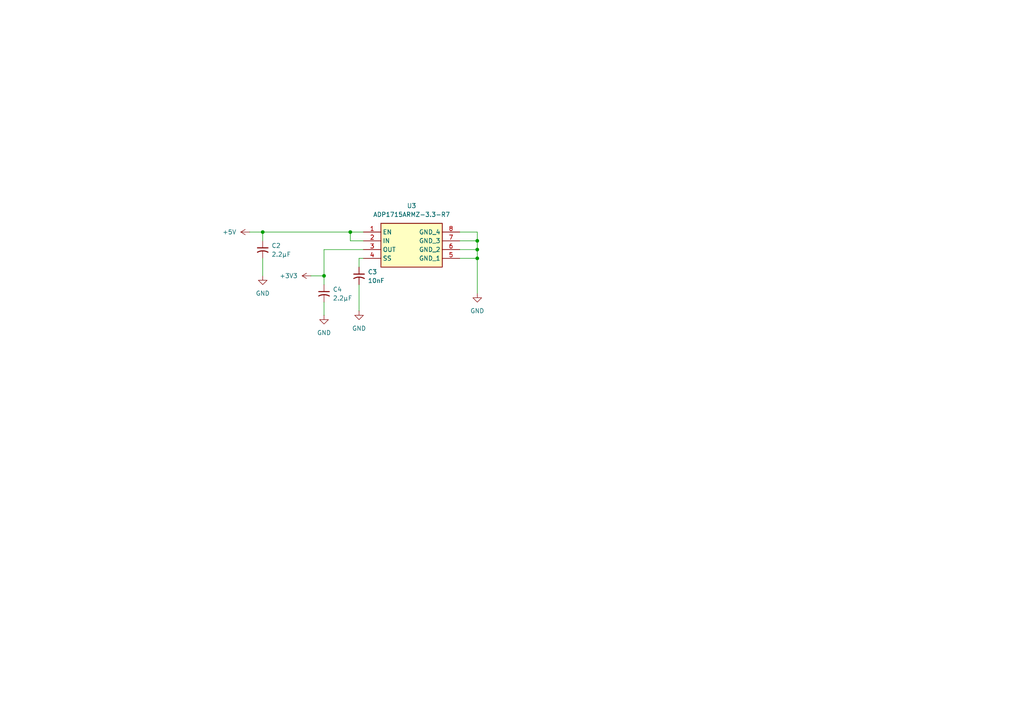
<source format=kicad_sch>
(kicad_sch (version 20250114) (generator "eeschema") (generator_version "9.0")
  (paper "A4")
  (lib_symbols
    (symbol "Device:C_Small_US" (pin_numbers (hide yes)) (pin_names (offset 0.254) (hide yes))
      (property "Reference" "C" (at 0.254 1.778 0))
      (property "Value" "C_Small_US" (at 0.254 -2.032 0))
      (symbol "C_Small_US_0_1"
        (polyline (pts (xy -1.524 0.508) (xy 1.524 0.508)) (stroke (width 0.3048)))
        (arc (start -1.524 -0.762) (mid 0 -0.3734) (end 1.524 -0.762) (stroke (width 0.3048)))
      )
      (symbol "C_Small_US_1_1"
        (pin passive line (at 0 2.54 270) (length 2.032) (name "~") (number "1"))
        (pin passive line (at 0 -2.54 90) (length 2.032) (name "~") (number "2"))
      )
    )
    (symbol "SamacSys:ADP1715ARMZ-3.3-R7"
      (property "Reference" "IC" (at 24.13 7.62 0))
      (property "Value" "ADP1715ARMZ-3.3-R7" (at 24.13 5.08 0))
      (symbol "ADP1715ARMZ-3.3-R7_1_1"
        (rectangle (start 5.08 2.54) (end 22.86 -10.16) (stroke (width 0.254)) (fill (type background)))
        (pin passive line (at 0 0 0) (length 5.08) (name "EN") (number "1"))
        (pin passive line (at 0 -2.54 0) (length 5.08) (name "IN") (number "2"))
        (pin passive line (at 0 -5.08 0) (length 5.08) (name "OUT") (number "3"))
        (pin passive line (at 0 -7.62 0) (length 5.08) (name "SS") (number "4"))
        (pin passive line (at 27.94 0 180) (length 5.08) (name "GND_4") (number "8"))
        (pin passive line (at 27.94 -2.54 180) (length 5.08) (name "GND_3") (number "7"))
        (pin passive line (at 27.94 -5.08 180) (length 5.08) (name "GND_2") (number "6"))
        (pin passive line (at 27.94 -7.62 180) (length 5.08) (name "GND_1") (number "5"))
      )
    )
    (symbol "power:+3V3" (power) (pin_numbers (hide yes)) (pin_names (offset 0) (hide yes))
      (property "Value" "+3V3" (at 0 3.556 0))
      (symbol "+3V3_0_1"
        (polyline (pts (xy -0.762 1.27) (xy 0 2.54)))
        (polyline (pts (xy 0 2.54) (xy 0.762 1.27)))
        (polyline (pts (xy 0 0) (xy 0 2.54)))
      )
      (symbol "+3V3_1_1"
        (pin power_in line (at 0 0 90) (length 0) (name "~") (number "1"))
      )
    )
    (symbol "power:+5V" (power) (pin_numbers (hide yes)) (pin_names (offset 0) (hide yes))
      (property "Value" "+5V" (at 0 3.556 0))
      (symbol "+5V_0_1"
        (polyline (pts (xy -0.762 1.27) (xy 0 2.54)))
        (polyline (pts (xy 0 2.54) (xy 0.762 1.27)))
        (polyline (pts (xy 0 0) (xy 0 2.54)))
      )
      (symbol "+5V_1_1"
        (pin power_in line (at 0 0 90) (length 0) (name "~") (number "1"))
      )
    )
    (symbol "power:GND" (power) (pin_numbers (hide yes)) (pin_names (offset 0) (hide yes))
      (property "Value" "GND" (at 0 -3.81 0))
      (symbol "GND_0_1"
        (polyline (pts (xy 0 0) (xy 0 -1.27) (xy 1.27 -1.27) (xy 0 -2.54) (xy -1.27 -1.27) (xy 0 -1.27)))
      )
      (symbol "GND_1_1"
        (pin power_in line (at 0 0 270) (length 0) (name "~") (number "1"))
      )
    )
  )
  (junction (at 76.2 67.31))
  (junction (at 138.43 69.85))
  (junction (at 101.6 67.31))
  (junction (at 93.98 80.01))
  (junction (at 138.43 74.93))
  (junction (at 138.43 72.39))
  (wire (pts (xy 138.43 67.31) (xy 138.43 69.85)))
  (wire (pts (xy 133.35 67.31) (xy 138.43 67.31)))
  (wire (pts (xy 93.98 72.39) (xy 105.41 72.39)))
  (wire (pts (xy 133.35 72.39) (xy 138.43 72.39)))
  (wire (pts (xy 133.35 69.85) (xy 138.43 69.85)))
  (wire (pts (xy 105.41 67.31) (xy 101.6 67.31)))
  (wire (pts (xy 101.6 67.31) (xy 101.6 69.85)))
  (wire (pts (xy 76.2 74.93) (xy 76.2 80.01)))
  (wire (pts (xy 72.39 67.31) (xy 76.2 67.31)))
  (wire (pts (xy 104.14 82.55) (xy 104.14 90.17)))
  (wire (pts (xy 93.98 80.01) (xy 93.98 82.55)))
  (wire (pts (xy 133.35 74.93) (xy 138.43 74.93)))
  (wire (pts (xy 138.43 74.93) (xy 138.43 85.09)))
  (wire (pts (xy 104.14 74.93) (xy 104.14 77.47)))
  (wire (pts (xy 93.98 72.39) (xy 93.98 80.01)))
  (wire (pts (xy 105.41 74.93) (xy 104.14 74.93)))
  (wire (pts (xy 76.2 67.31) (xy 76.2 69.85)))
  (wire (pts (xy 138.43 72.39) (xy 138.43 74.93)))
  (wire (pts (xy 138.43 69.85) (xy 138.43 72.39)))
  (wire (pts (xy 76.2 67.31) (xy 101.6 67.31)))
  (wire (pts (xy 93.98 87.63) (xy 93.98 91.44)))
  (wire (pts (xy 101.6 69.85) (xy 105.41 69.85)))
  (wire (pts (xy 90.17 80.01) (xy 93.98 80.01)))
  (symbol (lib_id "Device:C_Small_US") (at 76.2 72.39 0) (unit 1)
    (property "Reference" "C2" (at 78.74 71.2469 0) (effects (justify left)))
    (property "Value" "2.2μF" (at 78.74 73.7869 0) (effects (justify left)))
    (property "Footprint" "Capacitor_SMD:C_0805_2012Metric_Pad1.18x1.45mm_HandSolder" (effects (hide yes)))
  )
  (symbol (lib_id "Device:C_Small_US") (at 104.14 80.01 0) (unit 1)
    (property "Reference" "C3" (at 106.68 78.8669 0) (effects (justify left)))
    (property "Value" "10nF" (at 106.68 81.4069 0) (effects (justify left)))
    (property "Footprint" "Capacitor_SMD:C_0805_2012Metric_Pad1.18x1.45mm_HandSolder" (effects (hide yes)))
  )
  (symbol (lib_id "power:GND") (at 104.14 90.17 0) (unit 1)
    (property "Reference" "#PWR023" (effects (hide yes)))
    (property "Value" "GND" (at 104.14 95.25 0))
    (property "Description" "Power symbol creates a global label with name \"GND\" , ground" (effects (hide yes)))
  )
  (symbol (lib_id "Device:C_Small_US") (at 93.98 85.09 0) (unit 1)
    (property "Reference" "C4" (at 96.52 83.9469 0) (effects (justify left)))
    (property "Value" "2.2μF" (at 96.52 86.4869 0) (effects (justify left)))
    (property "Footprint" "Capacitor_SMD:C_0805_2012Metric_Pad1.18x1.45mm_HandSolder" (effects (hide yes)))
  )
  (symbol (lib_id "power:GND") (at 138.43 85.09 0) (unit 1)
    (property "Reference" "#PWR04" (effects (hide yes)))
    (property "Value" "GND" (at 138.43 90.17 0))
    (property "Description" "Power symbol creates a global label with name \"GND\" , ground" (effects (hide yes)))
  )
  (symbol (lib_id "power:+5V") (at 72.39 67.31 90) (unit 1)
    (property "Reference" "#PWR021" (effects (hide yes)))
    (property "Value" "+5V" (at 68.58 67.3099 90) (effects (justify left)))
    (property "Description" "Power symbol creates a global label with name \"+5V\"" (effects (hide yes)))
  )
  (symbol (lib_id "power:+3V3") (at 90.17 80.01 90) (unit 1)
    (property "Reference" "#PWR022" (effects (hide yes)))
    (property "Value" "+3V3" (at 86.36 80.0099 90) (effects (justify left)))
    (property "Description" "Power symbol creates a global label with name \"+3V3\"" (effects (hide yes)))
  )
  (symbol (lib_id "power:GND") (at 76.2 80.01 0) (unit 1)
    (property "Reference" "#PWR024" (effects (hide yes)))
    (property "Value" "GND" (at 76.2 85.09 0))
    (property "Description" "Power symbol creates a global label with name \"GND\" , ground" (effects (hide yes)))
  )
  (symbol (lib_id "power:GND") (at 93.98 91.44 0) (unit 1)
    (property "Reference" "#PWR025" (effects (hide yes)))
    (property "Value" "GND" (at 93.98 96.52 0))
    (property "Description" "Power symbol creates a global label with name \"GND\" , ground" (effects (hide yes)))
  )
  (symbol (lib_id "SamacSys:ADP1715ARMZ-3.3-R7") (at 105.41 67.31 0) (unit 1)
    (property "Reference" "U3" (at 119.38 59.69 0))
    (property "Value" "ADP1715ARMZ-3.3-R7" (at 119.38 62.23 0))
    (property "Footprint" "SamacSys:SOP65P490X110-8N" (effects (hide yes)))
    (property "Datasheet" "https://www.analog.com/media/en/technical-documentation/data-sheets/ADP1715_1716.pdf" (effects (hide yes)))
    (property "Description" "Analog Devices ADP1715ARMZ-3.3-R7, LDO Regulator, 500mA, 3.3 V, +/-3%, 2.5  5.5 Vin 8-Pin, MSOP" (effects (hide yes)))
    (property "Height" "1.1" (effects (hide yes)))
    (property "Manufacturer_Name" "Analog Devices" (effects (hide yes)))
    (property "Manufacturer_Part_Number" "ADP1715ARMZ-3.3-R7" (effects (hide yes)))
    (property "Mouser Part Number" "584-ADP1715ARMZ3.3R7" (effects (hide yes)))
    (property "Mouser Price/Stock" "https://www.mouser.co.uk/ProductDetail/Analog-Devices/ADP1715ARMZ-3.3-R7?qs=WIvQP4zGangwvEjYWS0N2Q%3D%3D" (effects (hide yes)))
    (property "Arrow Part Number" "ADP1715ARMZ-3.3-R7" (effects (hide yes)))
    (property "Arrow Price/Stock" "https://www.arrow.com/en/products/adp1715armz-3.3-r7/analog-devices?region=nac" (effects (hide yes)))
  )
)
</source>
